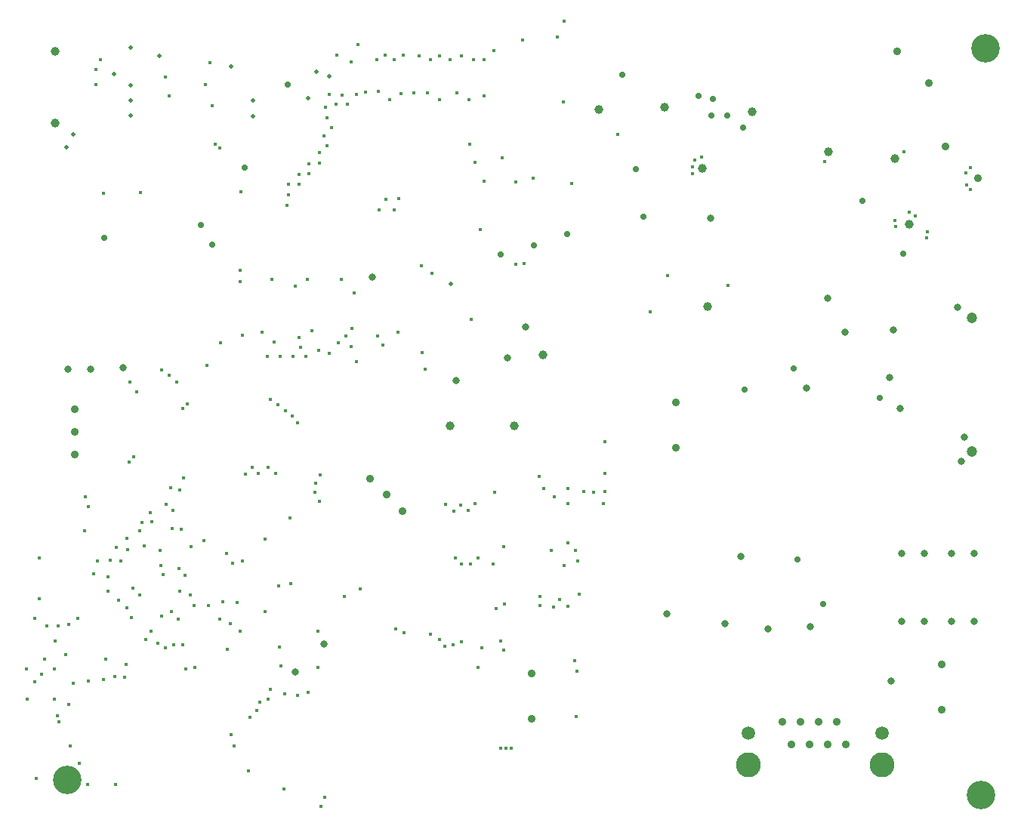
<source format=gbr>
%TF.GenerationSoftware,Altium Limited,Altium Designer,23.1.1 (15)*%
G04 Layer_Color=0*
%FSLAX45Y45*%
%MOMM*%
%TF.SameCoordinates,06D7CB19-584F-49B0-A036-24662F40C1B1*%
%TF.FilePolarity,Positive*%
%TF.FileFunction,Plated,1,4,PTH,Drill*%
%TF.Part,Single*%
G01*
G75*
%TA.AperFunction,ComponentDrill*%
%ADD167C,0.90000*%
%ADD168C,1.20000*%
%ADD169C,1.00000*%
%TA.AperFunction,OtherDrill,Free Pad (-3.683mm,-181.762mm)*%
%ADD170C,3.20000*%
%TA.AperFunction,OtherDrill,Free Pad (99.314mm,-99.72mm)*%
%ADD171C,3.20000*%
%TA.AperFunction,OtherDrill,Free Pad (98.806mm,-183.464mm)*%
%ADD172C,3.20000*%
%TA.AperFunction,ComponentDrill*%
%ADD173C,0.90000*%
%ADD174C,0.80000*%
%ADD175C,2.80000*%
%ADD176C,0.90000*%
%ADD177C,1.50000*%
%ADD178C,0.80000*%
%TA.AperFunction,ViaDrill,NotFilled*%
%ADD179C,0.40000*%
%ADD180C,0.80000*%
%ADD181C,0.70000*%
%ADD182C,1.00000*%
%ADD183C,0.50000*%
D167*
X8937190Y-10006530D02*
D03*
X9296400Y-10365740D02*
D03*
X9484360Y-11074400D02*
D03*
X9843570Y-11433610D02*
D03*
X3391970Y-15159790D02*
D03*
X3032760Y-14800580D02*
D03*
X3212365Y-14980185D02*
D03*
D168*
X9773919Y-12992101D02*
D03*
Y-14490700D02*
D03*
D169*
X3925035Y-14208760D02*
D03*
X4648935D02*
D03*
X-503900Y-10808884D02*
D03*
X-503900Y-10008881D02*
D03*
D170*
X-368300Y-18176241D02*
D03*
D171*
X9931400Y-9972040D02*
D03*
D172*
X9880600Y-18346420D02*
D03*
D173*
X6459220Y-14450060D02*
D03*
Y-13942059D02*
D03*
X9438639Y-16880840D02*
D03*
Y-17388840D02*
D03*
X4843780Y-17495520D02*
D03*
Y-16987520D02*
D03*
X-279400Y-14020799D02*
D03*
Y-14528799D02*
D03*
Y-14274800D02*
D03*
D174*
X9806940Y-15633701D02*
D03*
Y-16395700D02*
D03*
X9552940Y-15633701D02*
D03*
Y-16395700D02*
D03*
X8986520Y-16398241D02*
D03*
X9240520D02*
D03*
Y-15636240D02*
D03*
X8986520D02*
D03*
X-106679Y-13568680D02*
D03*
X-360679D02*
D03*
D175*
X7272020Y-18008601D02*
D03*
X8772022D02*
D03*
D176*
X7652019Y-17521600D02*
D03*
X7754021Y-17775601D02*
D03*
X7958018D02*
D03*
X8060019Y-17521600D02*
D03*
X7856022D02*
D03*
X8264022D02*
D03*
X8366018Y-17775601D02*
D03*
X8162021Y-17775603D02*
D03*
D177*
X7273422Y-17648601D02*
D03*
X8772022D02*
D03*
D178*
X2514600Y-16649699D02*
D03*
X2194917Y-16965848D02*
D03*
D179*
X3874344Y-15088445D02*
D03*
X5245038Y-15078152D02*
D03*
X2065020Y-18277840D02*
D03*
X518160Y-16601440D02*
D03*
X352001Y-16355060D02*
D03*
X2443480Y-16913503D02*
D03*
X1669429Y-18079720D02*
D03*
X1508760Y-17800320D02*
D03*
X5325038Y-16841019D02*
D03*
X5346700Y-16959579D02*
D03*
X2078272Y-14034808D02*
D03*
X2220326Y-14174814D02*
D03*
X2154494Y-14099541D02*
D03*
X4126810Y-15155067D02*
D03*
X4047636Y-15093983D02*
D03*
X4206240Y-15077440D02*
D03*
X3972341Y-15159790D02*
D03*
X745361Y-15091269D02*
D03*
X469705Y-15287585D02*
D03*
X568557Y-15180812D02*
D03*
X822468Y-15155688D02*
D03*
X445793Y-15384685D02*
D03*
X1914798Y-13909290D02*
D03*
X1997329Y-13965758D02*
D03*
X4429712Y-14954498D02*
D03*
X5427668Y-14946841D02*
D03*
X2915920Y-16032480D02*
D03*
X5085039Y-16238220D02*
D03*
X4932680Y-16123988D02*
D03*
X4445000Y-16253461D02*
D03*
X4932307Y-16223988D02*
D03*
X4536355Y-16208060D02*
D03*
X2144599Y-15978799D02*
D03*
X3317240Y-16482060D02*
D03*
X3408680Y-16525240D02*
D03*
X1376680Y-16179800D02*
D03*
X1535965Y-16184145D02*
D03*
X4285040Y-16695419D02*
D03*
X4239260Y-16918941D02*
D03*
X4525039Y-16720821D02*
D03*
X4494228Y-16616702D02*
D03*
X5205608Y-15769469D02*
D03*
X5360994Y-15726210D02*
D03*
X798015Y-14901044D02*
D03*
X807720Y-15359380D02*
D03*
X2470125Y-14758646D02*
D03*
X909320Y-15369540D02*
D03*
X4405793Y-15756572D02*
D03*
X4157960Y-15758160D02*
D03*
X4057960D02*
D03*
X3983753Y-15690746D02*
D03*
X4242870Y-15692120D02*
D03*
X2466254Y-15051978D02*
D03*
X2415403Y-14955640D02*
D03*
X1973580Y-14739619D02*
D03*
X1884680Y-14669698D02*
D03*
X1779580Y-14740517D02*
D03*
X2422638Y-14847234D02*
D03*
X1849099Y-15478799D02*
D03*
X1889760Y-17274541D02*
D03*
X5245100Y-16228059D02*
D03*
X4927600Y-14770100D02*
D03*
X4976210Y-14910263D02*
D03*
X5098553Y-15004402D02*
D03*
X5250643Y-14910263D02*
D03*
X938095Y-14793140D02*
D03*
X900069Y-14927728D02*
D03*
X5532320Y-14955573D02*
D03*
X5665681Y-14946841D02*
D03*
X585618Y-15281458D02*
D03*
X5372100Y-16095979D02*
D03*
X2026508Y-16901561D02*
D03*
X1686560Y-17472659D02*
D03*
X1760220Y-17399001D02*
D03*
X1793906Y-17303036D02*
D03*
X1912755Y-17165320D02*
D03*
X3865880Y-16677640D02*
D03*
X3965041Y-16664940D02*
D03*
X4058075Y-16626627D02*
D03*
X3805041Y-16601559D02*
D03*
X965200Y-16936720D02*
D03*
X932511Y-16662428D02*
D03*
X832513Y-16661794D02*
D03*
X737577Y-16693422D02*
D03*
X172720Y-18224500D02*
D03*
X-228951Y-17989015D02*
D03*
X-27952Y-15726137D02*
D03*
X-69214Y-15862225D02*
D03*
X116233Y-15710507D02*
D03*
X7046416Y-12631750D02*
D03*
X6169259Y-12924541D02*
D03*
X6365240Y-12522200D02*
D03*
X5207000Y-9669780D02*
D03*
X5133340Y-9847580D02*
D03*
X4737050Y-9880575D02*
D03*
X2574658Y-10487722D02*
D03*
X2713013Y-10499257D02*
D03*
X2875280Y-10492740D02*
D03*
X2776220Y-10596880D02*
D03*
X5293360Y-11488420D02*
D03*
X4422140Y-9994900D02*
D03*
X2654021Y-10048332D02*
D03*
X2816860Y-10121900D02*
D03*
X3722046Y-12493876D02*
D03*
X3601720Y-12415520D02*
D03*
X40640Y-11595100D02*
D03*
X459740Y-11592560D02*
D03*
X774700Y-10510520D02*
D03*
X1234440Y-10134600D02*
D03*
X737664Y-10297758D02*
D03*
X2529840Y-10629900D02*
D03*
X3302000Y-11783060D02*
D03*
X3131820D02*
D03*
X3208020Y-11663680D02*
D03*
X3352320Y-11659335D02*
D03*
X1579880Y-11582968D02*
D03*
X1295400Y-11049000D02*
D03*
X1341120Y-11094720D02*
D03*
X4261820Y-12009520D02*
D03*
X4306458Y-11460480D02*
D03*
X4856480Y-11427460D02*
D03*
X4663440Y-11473180D02*
D03*
X4150360Y-11046880D02*
D03*
X2895675Y-9933940D02*
D03*
X5806440Y-10934700D02*
D03*
X5199380Y-10576560D02*
D03*
X4305300Y-10507980D02*
D03*
X4663440Y-12392660D02*
D03*
X4757420Y-12390120D02*
D03*
X6647180Y-11301530D02*
D03*
X3340100Y-13159740D02*
D03*
X3112343Y-13202921D02*
D03*
X6672580Y-11226800D02*
D03*
X6743700Y-11196320D02*
D03*
X6647180Y-11376660D02*
D03*
X1577366Y-12460236D02*
D03*
X8130540Y-11244580D02*
D03*
X9011584Y-11136095D02*
D03*
X9758680Y-11559540D02*
D03*
X9715500Y-11508740D02*
D03*
X9758680Y-11313160D02*
D03*
X9712960Y-11366500D02*
D03*
X8915400Y-11899900D02*
D03*
X8925560Y-11971020D02*
D03*
X9273540Y-12100560D02*
D03*
X9278620Y-12031980D02*
D03*
X9144000Y-11849100D02*
D03*
X9077960Y-11808460D02*
D03*
X4513580Y-11203940D02*
D03*
X4210742Y-11250080D02*
D03*
X5643880Y-15082520D02*
D03*
X5666740Y-14386560D02*
D03*
X4305300Y-10096500D02*
D03*
X2346960Y-11264900D02*
D03*
X2463800Y-11145520D02*
D03*
X2545877Y-11068809D02*
D03*
X2512060Y-10955020D02*
D03*
X3246120Y-10546080D02*
D03*
X2976880Y-10464800D02*
D03*
X4193540Y-10099040D02*
D03*
X4142740Y-10551160D02*
D03*
X4054018Y-10055860D02*
D03*
X4004015Y-10474960D02*
D03*
X3926840Y-10099040D02*
D03*
X3812540Y-10055860D02*
D03*
Y-10551160D02*
D03*
X3704016Y-10099040D02*
D03*
X3672840Y-10474960D02*
D03*
X3581400Y-10055860D02*
D03*
X3517900Y-10474960D02*
D03*
X3406140Y-10050780D02*
D03*
X3373103Y-10478523D02*
D03*
X3304540Y-10099040D02*
D03*
X3202940Y-10050780D02*
D03*
X3124200Y-10457180D02*
D03*
X3103880Y-10099040D02*
D03*
X2099858Y-11733730D02*
D03*
X2115820Y-11617960D02*
D03*
Y-11498580D02*
D03*
X2232660D02*
D03*
Y-11386820D02*
D03*
X2344420Y-11381740D02*
D03*
X2466340Y-11259820D02*
D03*
X2595468Y-10866120D02*
D03*
X2545877Y-10752922D02*
D03*
X2646138Y-10596880D02*
D03*
X2708603Y-12565380D02*
D03*
X2190900Y-12639040D02*
D03*
X2019300Y-13431520D02*
D03*
X1953260Y-13266110D02*
D03*
X2313940Y-13423900D02*
D03*
X1577366Y-12593023D02*
D03*
X2852420Y-12717780D02*
D03*
X2324100Y-12565380D02*
D03*
X1927860D02*
D03*
X-500380Y-16616679D02*
D03*
X-617519Y-16818739D02*
D03*
X-825500Y-16936720D02*
D03*
X-650240Y-16992599D02*
D03*
X-243302Y-16367760D02*
D03*
X1184710Y-10380549D02*
D03*
X1262380Y-10619740D02*
D03*
X-45720Y-10213340D02*
D03*
X10160Y-10097666D02*
D03*
X-45720Y-10383520D02*
D03*
X-171075Y-15379370D02*
D03*
X1705538Y-14669698D02*
D03*
X66647Y-16823027D02*
D03*
X210820Y-16164560D02*
D03*
X304800Y-16243300D02*
D03*
X368300Y-16027400D02*
D03*
X443196Y-16107443D02*
D03*
X1425547Y-16712593D02*
D03*
X2006600Y-16004539D02*
D03*
X2012551Y-16691211D02*
D03*
X-678180Y-15684500D02*
D03*
X-386080Y-16769080D02*
D03*
X-513080Y-16929100D02*
D03*
X-510540Y-17272000D02*
D03*
X-350520Y-17327879D02*
D03*
X279400Y-17023080D02*
D03*
X297180Y-16880840D02*
D03*
X1219200Y-16225520D02*
D03*
X958271Y-15883311D02*
D03*
X-459740Y-17523460D02*
D03*
X-675640Y-16144240D02*
D03*
X-728980Y-16367760D02*
D03*
X889000Y-15806419D02*
D03*
X678180Y-15600681D02*
D03*
X495499Y-15555161D02*
D03*
X683260Y-15770860D02*
D03*
X711200Y-15875000D02*
D03*
X1026160Y-15560040D02*
D03*
X932180Y-14008099D02*
D03*
X977900Y-13959840D02*
D03*
X861060Y-13713460D02*
D03*
X326927Y-14613353D02*
D03*
X375920Y-14556740D02*
D03*
X337820Y-13716000D02*
D03*
X416560Y-13822681D02*
D03*
X3703320Y-16543021D02*
D03*
X5659120Y-14737080D02*
D03*
X5158740Y-16154401D02*
D03*
X5341620Y-17470120D02*
D03*
X5249000Y-15518040D02*
D03*
X5334000Y-15605760D02*
D03*
X5062220D02*
D03*
X-165100Y-15003780D02*
D03*
X-125620Y-15115540D02*
D03*
X1419860Y-15636240D02*
D03*
X1597660Y-15722600D02*
D03*
X1490980Y-15745461D02*
D03*
X1163320Y-15494000D02*
D03*
X-474980Y-17454880D02*
D03*
X-134620Y-18232120D02*
D03*
X4490720Y-17818100D02*
D03*
X4551680D02*
D03*
X4610100D02*
D03*
X3614420Y-13383260D02*
D03*
X3644900Y-13568680D02*
D03*
X3177540Y-13304520D02*
D03*
X4163060Y-13009880D02*
D03*
X-731520Y-17073880D02*
D03*
X1341120Y-16375380D02*
D03*
X1460500Y-16428720D02*
D03*
X1569720Y-16507460D02*
D03*
X2075180Y-17213580D02*
D03*
X2217420Y-17226280D02*
D03*
X2336800Y-17193260D02*
D03*
X2443480Y-16507460D02*
D03*
X38100Y-17048480D02*
D03*
X165100Y-17017999D02*
D03*
X-330200Y-17800320D02*
D03*
X650240Y-16644620D02*
D03*
X574040Y-16510001D02*
D03*
X693420Y-16337280D02*
D03*
X805180Y-16286481D02*
D03*
X881380Y-16375380D02*
D03*
X1056640Y-16222980D02*
D03*
X1016000Y-16106140D02*
D03*
X896620Y-16062959D02*
D03*
X1849120Y-16286481D02*
D03*
X-297180Y-17091660D02*
D03*
X-124460Y-17068800D02*
D03*
X-709874Y-18161000D02*
D03*
X-814014Y-17274541D02*
D03*
X231747Y-15721992D02*
D03*
X2519680Y-18371820D02*
D03*
X2479040Y-18475960D02*
D03*
X1470660Y-17670779D02*
D03*
X-594360Y-16454120D02*
D03*
X-464820Y-16449040D02*
D03*
X-345440Y-16436340D02*
D03*
X2738120Y-16121381D02*
D03*
X2168540Y-13423900D02*
D03*
X2456180Y-13362939D02*
D03*
X2250440Y-13322301D02*
D03*
X2230120Y-13218159D02*
D03*
X1602106Y-13192126D02*
D03*
X1818640Y-13154660D02*
D03*
X2377440Y-13141960D02*
D03*
X2570480Y-13393420D02*
D03*
X2677160Y-13279120D02*
D03*
X1882140Y-13426440D02*
D03*
X1198880Y-13530580D02*
D03*
X1353820Y-13271500D02*
D03*
X2824480Y-13116560D02*
D03*
X779780Y-13642340D02*
D03*
X692909Y-13583409D02*
D03*
X2816860Y-13319760D02*
D03*
X2875280Y-13487399D02*
D03*
X2755900Y-13202921D02*
D03*
X180947Y-15569592D02*
D03*
X299720Y-15468600D02*
D03*
X314960Y-15595599D02*
D03*
X2136140Y-15238194D02*
D03*
X1630680Y-14744701D02*
D03*
X91440Y-15902940D02*
D03*
Y-16062941D02*
D03*
X1068725Y-16912595D02*
D03*
X4526280Y-15562579D02*
D03*
D180*
X3992880Y-13695680D02*
D03*
X8158480Y-12776200D02*
D03*
X8854440Y-13662660D02*
D03*
X8900160Y-13134340D02*
D03*
X3052980Y-12537707D02*
D03*
X6847840Y-11877040D02*
D03*
X9618980Y-12880341D02*
D03*
X8354060Y-13157201D02*
D03*
X4777740Y-13101320D02*
D03*
X9662160Y-14607539D02*
D03*
X9690100Y-14330679D02*
D03*
X264160Y-13553439D02*
D03*
X4572000Y-13444220D02*
D03*
X8976360Y-14010640D02*
D03*
X7927340Y-13779500D02*
D03*
X8869680Y-17071339D02*
D03*
X6360160Y-16316960D02*
D03*
X7183120Y-15674339D02*
D03*
X7493000Y-16484599D02*
D03*
X7010400Y-16426180D02*
D03*
X7967980Y-16456660D02*
D03*
D181*
X5240020Y-12054840D02*
D03*
X4870232Y-12185432D02*
D03*
X6090920Y-11864340D02*
D03*
X4496870Y-12283440D02*
D03*
X46772Y-12098020D02*
D03*
X5859780Y-10271760D02*
D03*
X6012180Y-11330940D02*
D03*
X2110740Y-10383520D02*
D03*
X1626670Y-11309057D02*
D03*
X1256301Y-12175601D02*
D03*
X1136450Y-11953240D02*
D03*
X7216140Y-10866120D02*
D03*
X7031455Y-10728960D02*
D03*
X6860540D02*
D03*
X6875185Y-10539790D02*
D03*
X6715760Y-10507980D02*
D03*
X8548625Y-11681460D02*
D03*
X9006840Y-12275820D02*
D03*
X8742680Y-13896974D02*
D03*
X7232849Y-13800232D02*
D03*
X7782124Y-13566141D02*
D03*
X8110220Y-16202660D02*
D03*
X7820660Y-15702280D02*
D03*
D182*
X4968240Y-13413741D02*
D03*
X5598160Y-10655300D02*
D03*
X6334760Y-10631170D02*
D03*
X6817360Y-12867641D02*
D03*
X7317740Y-10680700D02*
D03*
X6756400Y-11320780D02*
D03*
X8171180Y-11130280D02*
D03*
X8910320Y-11209020D02*
D03*
X9077960Y-11948160D02*
D03*
D183*
X2570329Y-10289540D02*
D03*
X2430780Y-10236200D02*
D03*
X3934460Y-12616180D02*
D03*
X2334260Y-10530840D02*
D03*
X1469533Y-10176653D02*
D03*
X1717040Y-10739120D02*
D03*
Y-10561320D02*
D03*
X-373380Y-11079480D02*
D03*
X-299720Y-10936170D02*
D03*
X342900Y-9961924D02*
D03*
X157480Y-10264564D02*
D03*
X342900Y-10386060D02*
D03*
X668020Y-10060940D02*
D03*
X342900Y-10556240D02*
D03*
Y-10726420D02*
D03*
%TF.MD5,3434311342c8f6b758a59854bcee328a*%
M02*

</source>
